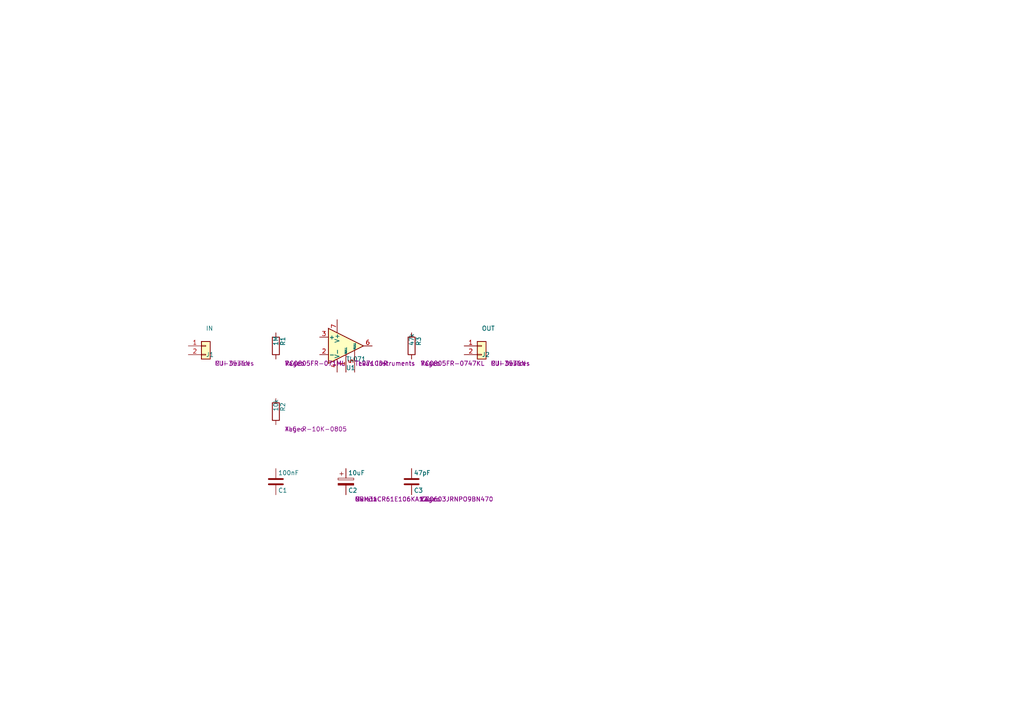
<source format=kicad_sch>
(kicad_sch (version 20250114) (generator "eeschema") (generator_version "9.0")
  (paper "A4")
  (title_block (title "CleanBoost"))
  (lib_symbols
    (symbol "Amplifier_Operational:TL071"
      (property "Reference" "U" (at 0 6.35 0))
      (property "Value" "TL071" (at 0 3.81 0))
      (pin_names (offset 0.127))
      (symbol "TL071_0_1"
        (polyline (pts (xy -5.08 5.08) (xy 5.08 0) (xy -5.08 -5.08) (xy -5.08 5.08)) (stroke (width 0.254)) (fill (type background)))
      )
      (symbol "TL071_1_1"
        (pin input line (at -7.62 2.54 0) (length 2.54) (name "+") (number "3"))
        (pin input line (at -7.62 -2.54 0) (length 2.54) (name "-") (number "2"))
        (pin power_in line (at -2.54 7.62 270) (length 3.81) (name "V+") (number "7"))
        (pin power_in line (at -2.54 -7.62 90) (length 3.81) (name "V-") (number "4"))
        (pin no_connect line (at 0 2.54 270) (length 2.54) (hide yes) (name "NC") (number "8"))
        (pin input line (at 0 -7.62 90) (length 5.08) (name "NULL") (number "1"))
        (pin input line (at 2.54 -7.62 90) (length 6.35) (name "NULL") (number "5"))
        (pin output line (at 7.62 0 180) (length 2.54) (name "~") (number "6"))
      )
    )
    (symbol "Device:R" (pin_numbers (hide yes)) (pin_names (offset 0))
      (property "Reference" "R" (at 2.032 0 90))
      (property "Value" "R" (at 0 0 90))
      (symbol "R_0_1"
        (rectangle (start -1.016 -2.54) (end 1.016 2.54) (stroke (width 0.254)))
      )
      (symbol "R_1_1"
        (pin passive line (at 0 3.81 270) (length 1.27) (name "~") (number "1"))
        (pin passive line (at 0 -3.81 90) (length 1.27) (name "~") (number "2"))
      )
    )
    (symbol "Device:C" (pin_numbers (hide yes)) (pin_names (offset 0.254))
      (property "Reference" "C" (at 0.635 2.54 0))
      (property "Value" "C" (at 0.635 -2.54 0))
      (symbol "C_0_1"
        (polyline (pts (xy -2.032 0.762) (xy 2.032 0.762)) (stroke (width 0.508)))
        (polyline (pts (xy -2.032 -0.762) (xy 2.032 -0.762)) (stroke (width 0.508)))
      )
      (symbol "C_1_1"
        (pin passive line (at 0 3.81 270) (length 2.794) (name "~") (number "1"))
        (pin passive line (at 0 -3.81 90) (length 2.794) (name "~") (number "2"))
      )
    )
    (symbol "Device:C_Polarized" (pin_numbers (hide yes)) (pin_names (offset 0.254))
      (property "Reference" "C" (at 0.635 2.54 0))
      (property "Value" "C_Polarized" (at 0.635 -2.54 0))
      (symbol "C_Polarized_0_1"
        (rectangle (start -2.286 0.508) (end 2.286 1.016))
        (polyline (pts (xy -1.778 2.286) (xy -0.762 2.286)))
        (polyline (pts (xy -1.27 2.794) (xy -1.27 1.778)))
        (rectangle (start 2.286 -0.508) (end -2.286 -1.016) (fill (type outline)))
      )
      (symbol "C_Polarized_1_1"
        (pin passive line (at 0 3.81 270) (length 2.794) (name "~") (number "1"))
        (pin passive line (at 0 -3.81 90) (length 2.794) (name "~") (number "2"))
      )
    )
    (symbol "Connector_Generic:Conn_01x02" (pin_names (offset 1.016) (hide yes))
      (property "Reference" "J" (at 0 2.54 0))
      (property "Value" "Conn_01x02" (at 0 -5.08 0))
      (symbol "Conn_01x02_1_1"
        (rectangle (start -1.27 1.27) (end 1.27 -3.81) (stroke (width 0.254)) (fill (type background)))
        (rectangle (start -1.27 0.127) (end 0 -0.127) (stroke (width 0.1524)))
        (rectangle (start -1.27 -2.413) (end 0 -2.667) (stroke (width 0.1524)))
        (pin passive line (at -5.08 0 0) (length 3.81) (name "Pin_1") (number "1"))
        (pin passive line (at -5.08 -2.54 0) (length 3.81) (name "Pin_2") (number "2"))
      )
    )
  )
  (symbol (lib_id "Amplifier_Operational:TL071") (at 100.33 100.33 0) (unit 1)
    (property "Reference" "U1" (at 100.33 106.68 0.0000) (effects (justify left)))
    (property "Value" "TL071" (at 100.33 104.14 0.0000) (effects (justify left)))
    (property "Footprint" "Package_SO:SOIC-8_3.9x4.9mm_P1.27mm" (effects (hide yes)))
    (property "MPN" "TL071CDR" (at 102.87 105.4099 0) (effects (justify left)))
    (property "Manufacturer" "Texas Instruments" (at 102.87 105.4099 0) (effects (justify left)))
  )
  (symbol (lib_id "Device:R") (at 80.01 100.33 0) (unit 1)
    (property "Reference" "R1" (at 82.042 100.33 90) (effects (justify left)))
    (property "Value" "1M" (at 80.01 100.33 90) (effects (justify left)))
    (property "Footprint" "Resistor_SMD:R_0805_2012Metric" (effects (hide yes)))
    (property "PartNumber" "RC0805FR-071ML" (at 82.55 105.4099 0) (effects (justify left)))
    (property "Manufacturer" "Yageo" (at 82.55 105.4099 0) (effects (justify left)))
  )
  (symbol (lib_id "Device:R") (at 80.01 119.38 0) (unit 1)
    (property "Reference" "R2" (at 82.042 119.38 90) (effects (justify left)))
    (property "Value" "10k" (at 80.01 119.38 90) (effects (justify left)))
    (property "Footprint" "Resistor_SMD:R_0805_2012Metric" (effects (hide yes)))
    (property "CompanyPN" "ALG-R-10K-0805" (at 82.55 124.4599 0) (effects (justify left)))
    (property "Manufacturer" "Yageo" (at 82.55 124.4599 0) (effects (justify left)))
  )
  (symbol (lib_id "Device:R") (at 119.38 100.33 0) (unit 1)
    (property "Reference" "R3" (at 121.412 100.33 90) (effects (justify left)))
    (property "Value" "47k" (at 119.38 100.33 90) (effects (justify left)))
    (property "Footprint" "Resistor_SMD:R_0805_2012Metric" (effects (hide yes)))
    (property "PartNumber" "RC0805FR-0747KL" (at 121.92 105.4099 0) (effects (justify left)))
    (property "Manufacturer" "Yageo" (at 121.92 105.4099 0) (effects (justify left)))
  )
  (symbol (lib_id "Device:C") (at 80.01 139.7 0) (unit 1)
    (property "Reference" "C1" (at 80.645 142.24 0.0000) (effects (justify left)))
    (property "Value" "100nF" (at 80.645 137.16 0.0000) (effects (justify left)))
    (property "Footprint" "Capacitor_SMD:C_0805_2012Metric" (effects (hide yes)))
  )
  (symbol (lib_id "Device:C_Polarized") (at 100.33 139.7 0) (unit 1)
    (property "Reference" "C2" (at 100.965 142.24 0.0000) (effects (justify left)))
    (property "Value" "10uF" (at 100.965 137.16 0.0000) (effects (justify left)))
    (property "Footprint" "Capacitor_SMD:C_1206_3216Metric" (effects (hide yes)))
    (property "PartNumber" "GRM31CR61E106KA12L" (at 102.87 144.7799 0) (effects (justify left)))
    (property "Manufacturer" "Murata" (at 102.87 144.7799 0) (effects (justify left)))
  )
  (symbol (lib_id "Device:C") (at 119.38 139.7 0) (unit 1)
    (property "Reference" "C3" (at 120.015 142.24 0.0000) (effects (justify left)))
    (property "Value" "47pF" (at 120.015 137.16 0.0000) (effects (justify left)))
    (property "Footprint" "Capacitor_SMD:C_0603_1608Metric" (effects (hide yes)))
    (property "PartNumber" "CC0603JRNPO9BN470" (at 121.92 144.7799 0) (effects (justify left)))
    (property "Manufacturer" "Yageo" (at 121.92 144.7799 0) (effects (justify left)))
  )
  (symbol (lib_id "Connector_Generic:Conn_01x02") (at 59.69 100.33 0) (unit 1)
    (property "Reference" "J1" (at 59.69 102.87 0.0000) (effects (justify left)))
    (property "Value" "IN" (at 59.69 95.25 0.0000) (effects (justify left)))
    (property "PartNumber" "MJ-3536N" (at 62.23 105.4099 0) (effects (justify left)))
    (property "Manufacturer" "CUI Devices" (at 62.23 105.4099 0) (effects (justify left)))
  )
  (symbol (lib_id "Connector_Generic:Conn_01x02") (at 139.7 100.33 0) (unit 1)
    (property "Reference" "J2" (at 139.7 102.87 0.0000) (effects (justify left)))
    (property "Value" "OUT" (at 139.7 95.25 0.0000) (effects (justify left)))
    (property "PartNumber" "MJ-3536N" (at 142.24 105.4099 0) (effects (justify left)))
    (property "Manufacturer" "CUI Devices" (at 142.24 105.4099 0) (effects (justify left)))
  )
)
</source>
